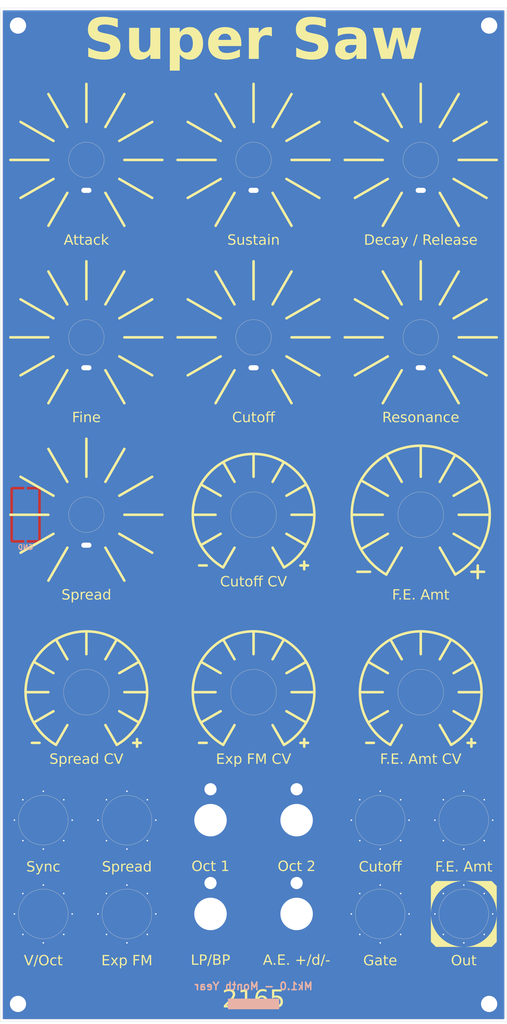
<source format=kicad_pcb>
(kicad_pcb (version 20241229) (generator "pcbnew") (generator_version "9.0")
  (title_block (title "Kosmo Format Front Panel - 10 cm") (company "DMH Instruments"))
  (layers (0 "F.Cu" signal) (2 "B.Cu" signal) (13 "F.Paste" user) (15 "B.Paste" user) (5 "F.SilkS" user "F.Silkscreen") (7 "B.SilkS" user "B.Silkscreen") (1 "F.Mask" user) (3 "B.Mask" user) (25 "Edge.Cuts" user))
  (property "Function" "")
  (net 0 "")
  (net 1 "GND")
  (footprint "SynthStuff:Pot_Cutout_Small" (layer "F.Cu") (at 100 60)
    (property "Reference" "H9")
    (property "Value" "Sustain" (at 0 15.9 0) (layer "F.SilkS") (effects (font (size 2 2))))
    (fp_line (start -7.499998 0) (end -15 0) (stroke (width 0.5)) (layer "F.SilkS"))
    (fp_line (start -6.49301 -3.753771) (end -12.992858 -7.495709) (stroke (width 0.5)) (layer "F.SilkS"))
    (fp_line (start -6.49301 3.753772) (end -12.992781 7.495835) (stroke (width 0.5)) (layer "F.SilkS"))
    (fp_line (start -3.753772 -6.49301) (end -7.495837 -12.992783) (stroke (width 0.5)) (layer "F.SilkS"))
    (fp_line (start -3.753771 6.49301) (end -7.495708 12.992854) (stroke (width 0.5)) (layer "F.SilkS"))
    (fp_line (start 0 -7.5) (end 0 -15) (stroke (width 0.5)) (layer "F.SilkS"))
    (fp_line (start 3.753771 -6.49301) (end 7.495709 -12.992858) (stroke (width 0.5)) (layer "F.SilkS"))
    (fp_line (start 3.753772 6.49301) (end 7.495835 12.992782) (stroke (width 0.5)) (layer "F.SilkS"))
    (fp_line (start 6.49301 -3.753772) (end 12.992783 -7.495836) (stroke (width 0.5)) (layer "F.SilkS"))
    (fp_line (start 6.49301 3.753771) (end 12.992855 7.495709) (stroke (width 0.5)) (layer "F.SilkS"))
    (fp_line (start 7.5 0) (end 14.999999 0) (stroke (width 0.5)) (layer "F.SilkS"))
    (fp_circle (center 0 0) (end 0 3.5) (stroke (width 0.05)) (fill no) (layer "Edge.Cuts"))
    (pad "1" connect circle (at 0 0) (size 12 12) (layers "F.Cu" "F.Mask") (net 1 "GND"))
    (pad "1" connect circle (at 0 0) (size 12 12) (layers "B.Cu" "B.Mask") (net 1 "GND"))
    (pad "1" thru_hole oval (at 0 6) (size 2.5 1.5) (drill oval 2 1) (layers "*.Cu" "*.Mask") (net 1 "GND"))
  )
  (footprint "SynthStuff:MountingHole_Rails" (layer "F.Cu") (at 53.5 226.5)
    (property "Reference" "H3")
    (property "Value" "MountingHole_Rails" (hide yes))
    (pad "1" thru_hole circle (at 0 0) (size 4 4) (drill 3.2) (layers "*.Cu" "*.Mask") (net 1 "GND"))
  )
  (footprint "SynthStuff:Jack_6.35mm_Cutout_Output_v6" (layer "F.Cu") (at 141.5 208.75)
    (property "Reference" "H22")
    (property "Value" "Out" (at 0 9.3 0) (layer "F.SilkS") (effects (font (size 2 2))))
    (fp_poly (pts (xy -6.5 5.5) (arc (start -6.5 0) (mid -4.596194 4.596194) (end 0 6.5)) (xy -5.5 6.5)) (fill yes) (layer "F.SilkS"))
    (fp_poly (pts (xy -5.5 -6.5) (arc (start 0 -6.5) (mid -4.596194 -4.596194) (end -6.5 0)) (xy -6.5 -5.5)) (fill yes) (layer "F.SilkS"))
    (fp_poly (pts (xy 5.5 6.5) (arc (start 0 6.5) (mid 4.596194 4.596194) (end 6.5 0)) (xy 6.5 5.5)) (fill yes) (layer "F.SilkS"))
    (fp_poly (pts (xy 6.5 -5.5) (arc (start 6.5 0) (mid 4.596194 -4.596194) (end 0 -6.5)) (xy 5.5 -6.5)) (fill yes) (layer "F.SilkS"))
    (fp_circle (center 0 0) (end 0 -4.9) (stroke (width 0.05)) (fill no) (layer "Edge.Cuts"))
    (pad "1" thru_hole circle (at -5.7 0) (size 0.5 0.5) (drill 0.3) (layers "*.Cu" "*.Mask") (net 1 "GND"))
    (pad "1" thru_hole circle (at -4.04 -4.03) (size 0.5 0.5) (drill 0.3) (layers "*.Cu" "*.Mask") (net 1 "GND"))
    (pad "1" thru_hole circle (at -4.03 4.04) (size 0.5 0.5) (drill 0.3) (layers "*.Cu" "*.Mask") (net 1 "GND"))
    (pad "1" thru_hole circle (at 0 -5.7) (size 0.5 0.5) (drill 0.3) (layers "*.Cu" "*.Mask") (net 1 "GND"))
    (pad "1" connect circle (at 0 0) (size 12 12) (layers "F.Cu" "F.Mask") (net 1 "GND"))
    (pad "1" connect circle (at 0 0) (size 12 12) (layers "B.Cu" "B.Mask") (net 1 "GND"))
    (pad "1" thru_hole circle (at 0 5.7) (size 0.5 0.5) (drill 0.3) (layers "*.Cu" "*.Mask") (net 1 "GND"))
    (pad "1" thru_hole circle (at 4.03 4.04) (size 0.5 0.5) (drill 0.3) (layers "*.Cu" "*.Mask") (net 1 "GND"))
    (pad "1" thru_hole circle (at 4.04 -4.03) (size 0.5 0.5) (drill 0.3) (layers "*.Cu" "*.Mask") (net 1 "GND"))
    (pad "1" thru_hole circle (at 5.7 0) (size 0.5 0.5) (drill 0.3) (layers "*.Cu" "*.Mask") (net 1 "GND"))
  )
  (footprint "SynthStuff:Pot_Cutout_Tiny_attv_P110KH1" (layer "F.Cu") (at 100 130)
    (property "Reference" "H15")
    (property "Value" "Cutoff CV" (at 0 13.3 0) (layer "F.SilkS") (effects (font (size 2 2))))
    (fp_line (start -10.75 10) (end -9.25 10) (stroke (width 0.5)) (layer "F.SilkS"))
    (fp_line (start -7.499998 0) (end -12 0) (stroke (width 0.5)) (layer "F.SilkS"))
    (fp_line (start -6.49301 -3.753771) (end -10.394285 -5.996567) (stroke (width 0.5)) (layer "F.SilkS"))
    (fp_line (start -6.49301 3.753772) (end -10.394227 5.996669) (stroke (width 0.5)) (layer "F.SilkS"))
    (fp_line (start -3.753772 -6.49301) (end -5.996669 -10.394227) (stroke (width 0.5)) (layer "F.SilkS"))
    (fp_line (start -3.753771 6.49301) (end -5.996567 10.394285) (stroke (width 0.5)) (layer "F.SilkS"))
    (fp_line (start 0 -7.5) (end 0 -12) (stroke (width 0.5)) (layer "F.SilkS"))
    (fp_line (start 3.753771 -6.49301) (end 5.996567 -10.394285) (stroke (width 0.5)) (layer "F.SilkS"))
    (fp_line (start 3.753772 6.49301) (end 5.996669 10.394227) (stroke (width 0.5)) (layer "F.SilkS"))
    (fp_line (start 6.49301 -3.753772) (end 10.394227 -5.996669) (stroke (width 0.5)) (layer "F.SilkS"))
    (fp_line (start 6.49301 3.753771) (end 10.394285 5.996567) (stroke (width 0.5)) (layer "F.SilkS"))
    (fp_line (start 7.5 0) (end 12 0) (stroke (width 0.5)) (layer "F.SilkS"))
    (fp_line (start 9.25 10) (end 10.75 10) (stroke (width 0.5)) (layer "F.SilkS"))
    (fp_line (start 10 10.75) (end 10 9.25) (stroke (width 0.5)) (layer "F.SilkS"))
    (fp_arc (start -5.996567 10.394285) (mid -11.591622 -3.103914) (end 0 -11.999999) (stroke (width 0.5)) (layer "F.SilkS"))
    (fp_arc (start 0 -11.999996) (mid 11.591604 -3.103969) (end 5.996669 10.394227) (stroke (width 0.5)) (layer "F.SilkS"))
    (fp_circle (center 0 0) (end 4.5 0) (stroke (width 0.05)) (fill no) (layer "Edge.Cuts"))
    (pad "1" connect circle (at 0 0) (size 12 12) (layers "F.Cu" "F.Mask") (net 1 "GND"))
    (pad "1" connect circle (at 0 0) (size 12 12) (layers "B.Cu" "B.Mask") (net 1 "GND"))
  )
  (footprint "SynthStuff:Pot_Cutout_Small" (layer "F.Cu") (at 67 60)
    (property "Reference" "H5")
    (property "Value" "Attack" (at 0 15.9 0) (layer "F.SilkS") (effects (font (size 2 2))))
    (fp_line (start -7.499998 0) (end -15 0) (stroke (width 0.5)) (layer "F.SilkS"))
    (fp_line (start -6.49301 -3.753771) (end -12.992858 -7.495709) (stroke (width 0.5)) (layer "F.SilkS"))
    (fp_line (start -6.49301 3.753772) (end -12.992781 7.495835) (stroke (width 0.5)) (layer "F.SilkS"))
    (fp_line (start -3.753772 -6.49301) (end -7.495837 -12.992783) (stroke (width 0.5)) (layer "F.SilkS"))
    (fp_line (start -3.753771 6.49301) (end -7.495708 12.992854) (stroke (width 0.5)) (layer "F.SilkS"))
    (fp_line (start 0 -7.5) (end 0 -15) (stroke (width 0.5)) (layer "F.SilkS"))
    (fp_line (start 3.753771 -6.49301) (end 7.495709 -12.992858) (stroke (width 0.5)) (layer "F.SilkS"))
    (fp_line (start 3.753772 6.49301) (end 7.495835 12.992782) (stroke (width 0.5)) (layer "F.SilkS"))
    (fp_line (start 6.49301 -3.753772) (end 12.992783 -7.495836) (stroke (width 0.5)) (layer "F.SilkS"))
    (fp_line (start 6.49301 3.753771) (end 12.992855 7.495709) (stroke (width 0.5)) (layer "F.SilkS"))
    (fp_line (start 7.5 0) (end 14.999999 0) (stroke (width 0.5)) (layer "F.SilkS"))
    (fp_circle (center 0 0) (end 0 3.5) (stroke (width 0.05)) (fill no) (layer "Edge.Cuts"))
    (pad "1" connect circle (at 0 0) (size 12 12) (layers "F.Cu" "F.Mask") (net 1 "GND"))
    (pad "1" connect circle (at 0 0) (size 12 12) (layers "B.Cu" "B.Mask") (net 1 "GND"))
    (pad "1" thru_hole oval (at 0 6) (size 2.5 1.5) (drill oval 2 1) (layers "*.Cu" "*.Mask") (net 1 "GND"))
  )
  (footprint "SynthStuff:Jack_6.35mm_Cutout_v3" (layer "F.Cu") (at 125 208.75)
    (property "Reference" "H28")
    (property "Value" "Gate" (at 0 9.3 0) (layer "F.SilkS") (effects (font (size 2 2))))
    (fp_circle (center 0 0) (end 0 -4.9) (stroke (width 0.05)) (fill no) (layer "Edge.Cuts"))
    (pad "1" thru_hole circle (at -5.7 0) (size 0.5 0.5) (drill 0.3) (layers "*.Cu" "*.Mask") (net 1 "GND"))
    (pad "1" thru_hole circle (at -4.04 -4.03) (size 0.5 0.5) (drill 0.3) (layers "*.Cu" "*.Mask") (net 1 "GND"))
    (pad "1" thru_hole circle (at -4.03 4.04) (size 0.5 0.5) (drill 0.3) (layers "*.Cu" "*.Mask") (net 1 "GND"))
    (pad "1" thru_hole circle (at 0 -5.7) (size 0.5 0.5) (drill 0.3) (layers "*.Cu" "*.Mask") (net 1 "GND"))
    (pad "1" connect circle (at 0 0) (size 12 12) (layers "F.Cu" "F.Mask") (net 1 "GND"))
    (pad "1" connect circle (at 0 0) (size 12 12) (layers "B.Cu" "B.Mask") (net 1 "GND"))
    (pad "1" thru_hole circle (at 0 5.7) (size 0.5 0.5) (drill 0.3) (layers "*.Cu" "*.Mask") (net 1 "GND"))
    (pad "1" thru_hole circle (at 4.03 4.04) (size 0.5 0.5) (drill 0.3) (layers "*.Cu" "*.Mask") (net 1 "GND"))
    (pad "1" thru_hole circle (at 4.04 -4.03) (size 0.5 0.5) (drill 0.3) (layers "*.Cu" "*.Mask") (net 1 "GND"))
    (pad "1" thru_hole circle (at 5.7 0) (size 0.5 0.5) (drill 0.3) (layers "*.Cu" "*.Mask") (net 1 "GND"))
  )
  (footprint "SynthStuff:Jack_6.35mm_Cutout_v3" (layer "F.Cu") (at 141.5 190.25)
    (property "Reference" "H20")
    (property "Value" "F.E. Amt" (at 0 9.3 0) (layer "F.SilkS") (effects (font (size 2 2))))
    (fp_circle (center 0 0) (end 0 -4.9) (stroke (width 0.05)) (fill no) (layer "Edge.Cuts"))
    (pad "1" thru_hole circle (at -5.7 0) (size 0.5 0.5) (drill 0.3) (layers "*.Cu" "*.Mask") (net 1 "GND"))
    (pad "1" thru_hole circle (at -4.04 -4.03) (size 0.5 0.5) (drill 0.3) (layers "*.Cu" "*.Mask") (net 1 "GND"))
    (pad "1" thru_hole circle (at -4.03 4.04) (size 0.5 0.5) (drill 0.3) (layers "*.Cu" "*.Mask") (net 1 "GND"))
    (pad "1" thru_hole circle (at 0 -5.7) (size 0.5 0.5) (drill 0.3) (layers "*.Cu" "*.Mask") (net 1 "GND"))
    (pad "1" connect circle (at 0 0) (size 12 12) (layers "F.Cu" "F.Mask") (net 1 "GND"))
    (pad "1" connect circle (at 0 0) (size 12 12) (layers "B.Cu" "B.Mask") (net 1 "GND"))
    (pad "1" thru_hole circle (at 0 5.7) (size 0.5 0.5) (drill 0.3) (layers "*.Cu" "*.Mask") (net 1 "GND"))
    (pad "1" thru_hole circle (at 4.03 4.04) (size 0.5 0.5) (drill 0.3) (layers "*.Cu" "*.Mask") (net 1 "GND"))
    (pad "1" thru_hole circle (at 4.04 -4.03) (size 0.5 0.5) (drill 0.3) (layers "*.Cu" "*.Mask") (net 1 "GND"))
    (pad "1" thru_hole circle (at 5.7 0) (size 0.5 0.5) (drill 0.3) (layers "*.Cu" "*.Mask") (net 1 "GND"))
  )
  (footprint "SynthStuff:Jack_6.35mm_Cutout_v3" (layer "F.Cu") (at 58.5 208.75)
    (property "Reference" "H17")
    (property "Value" "V/Oct" (at 0 9.3 0) (layer "F.SilkS") (effects (font (size 2 2))))
    (fp_circle (center 0 0) (end 0 -4.9) (stroke (width 0.05)) (fill no) (layer "Edge.Cuts"))
    (pad "1" thru_hole circle (at -5.7 0) (size 0.5 0.5) (drill 0.3) (layers "*.Cu" "*.Mask") (net 1 "GND"))
    (pad "1" thru_hole circle (at -4.04 -4.03) (size 0.5 0.5) (drill 0.3) (layers "*.Cu" "*.Mask") (net 1 "GND"))
    (pad "1" thru_hole circle (at -4.03 4.04) (size 0.5 0.5) (drill 0.3) (layers "*.Cu" "*.Mask") (net 1 "GND"))
    (pad "1" thru_hole circle (at 0 -5.7) (size 0.5 0.5) (drill 0.3) (layers "*.Cu" "*.Mask") (net 1 "GND"))
    (pad "1" connect circle (at 0 0) (size 12 12) (layers "F.Cu" "F.Mask") (net 1 "GND"))
    (pad "1" connect circle (at 0 0) (size 12 12) (layers "B.Cu" "B.Mask") (net 1 "GND"))
    (pad "1" thru_hole circle (at 0 5.7) (size 0.5 0.5) (drill 0.3) (layers "*.Cu" "*.Mask") (net 1 "GND"))
    (pad "1" thru_hole circle (at 4.03 4.04) (size 0.5 0.5) (drill 0.3) (layers "*.Cu" "*.Mask") (net 1 "GND"))
    (pad "1" thru_hole circle (at 4.04 -4.03) (size 0.5 0.5) (drill 0.3) (layers "*.Cu" "*.Mask") (net 1 "GND"))
    (pad "1" thru_hole circle (at 5.7 0) (size 0.5 0.5) (drill 0.3) (layers "*.Cu" "*.Mask") (net 1 "GND"))
  )
  (footprint "SynthStuff:Toggle_Switch_TE_Cutout" (layer "F.Cu") (at 108.5 190.25)
    (property "Reference" "H24")
    (property "Value" "Oct 2" (at 0 9.2 0) (layer "F.SilkS") (effects (font (size 2 2))))
    (pad "1" thru_hole circle (at 0 -6.1) (size 2.9 2.9) (drill 2.4) (layers "*.Cu" "*.Mask") (net 1 "GND"))
    (pad "1" thru_hole circle (at 0 0) (size 13 13) (drill 6.4) (layers "*.Cu" "*.Mask") (net 1 "GND"))
  )
  (footprint "SynthStuff:Jack_6.35mm_Cutout_v3" (layer "F.Cu") (at 58.5 190.25)
    (property "Reference" "H25")
    (property "Value" "Sync" (at 0 9.3 0) (layer "F.SilkS") (effects (font (size 2 2))))
    (fp_circle (center 0 0) (end 0 -4.9) (stroke (width 0.05)) (fill no) (layer "Edge.Cuts"))
    (pad "1" thru_hole circle (at -5.7 0) (size 0.5 0.5) (drill 0.3) (layers "*.Cu" "*.Mask") (net 1 "GND"))
    (pad "1" thru_hole circle (at -4.04 -4.03) (size 0.5 0.5) (drill 0.3) (layers "*.Cu" "*.Mask") (net 1 "GND"))
    (pad "1" thru_hole circle (at -4.03 4.04) (size 0.5 0.5) (drill 0.3) (layers "*.Cu" "*.Mask") (net 1 "GND"))
    (pad "1" thru_hole circle (at 0 -5.7) (size 0.5 0.5) (drill 0.3) (layers "*.Cu" "*.Mask") (net 1 "GND"))
    (pad "1" connect circle (at 0 0) (size 12 12) (layers "F.Cu" "F.Mask") (net 1 "GND"))
    (pad "1" connect circle (at 0 0) (size 12 12) (layers "B.Cu" "B.Mask") (net 1 "GND"))
    (pad "1" thru_hole circle (at 0 5.7) (size 0.5 0.5) (drill 0.3) (layers "*.Cu" "*.Mask") (net 1 "GND"))
    (pad "1" thru_hole circle (at 4.03 4.04) (size 0.5 0.5) (drill 0.3) (layers "*.Cu" "*.Mask") (net 1 "GND"))
    (pad "1" thru_hole circle (at 4.04 -4.03) (size 0.5 0.5) (drill 0.3) (layers "*.Cu" "*.Mask") (net 1 "GND"))
    (pad "1" thru_hole circle (at 5.7 0) (size 0.5 0.5) (drill 0.3) (layers "*.Cu" "*.Mask") (net 1 "GND"))
  )
  (footprint "SynthStuff:Toggle_Switch_TE_Cutout" (layer "F.Cu") (at 108.5 208.75)
    (property "Reference" "H27")
    (property "Value" "A.E. +/d/-" (at 0 9.2 0) (layer "F.SilkS") (effects (font (size 2 2))))
    (pad "1" thru_hole circle (at 0 -6.1) (size 2.9 2.9) (drill 2.4) (layers "*.Cu" "*.Mask") (net 1 "GND"))
    (pad "1" thru_hole circle (at 0 0) (size 13 13) (drill 6.4) (layers "*.Cu" "*.Mask") (net 1 "GND"))
  )
  (footprint "SynthStuff:Jack_6.35mm_Cutout_v3" (layer "F.Cu") (at 75 208.75)
    (property "Reference" "H18")
    (property "Value" "Exp FM" (at 0 9.3 0) (layer "F.SilkS") (effects (font (size 2 2))))
    (fp_circle (center 0 0) (end 0 -4.9) (stroke (width 0.05)) (fill no) (layer "Edge.Cuts"))
    (pad "1" thru_hole circle (at -5.7 0) (size 0.5 0.5) (drill 0.3) (layers "*.Cu" "*.Mask") (net 1 "GND"))
    (pad "1" thru_hole circle (at -4.04 -4.03) (size 0.5 0.5) (drill 0.3) (layers "*.Cu" "*.Mask") (net 1 "GND"))
    (pad "1" thru_hole circle (at -4.03 4.04) (size 0.5 0.5) (drill 0.3) (layers "*.Cu" "*.Mask") (net 1 "GND"))
    (pad "1" thru_hole circle (at 0 -5.7) (size 0.5 0.5) (drill 0.3) (layers "*.Cu" "*.Mask") (net 1 "GND"))
    (pad "1" connect circle (at 0 0) (size 12 12) (layers "F.Cu" "F.Mask") (net 1 "GND"))
    (pad "1" connect circle (at 0 0) (size 12 12) (layers "B.Cu" "B.Mask") (net 1 "GND"))
    (pad "1" thru_hole circle (at 0 5.7) (size 0.5 0.5) (drill 0.3) (layers "*.Cu" "*.Mask") (net 1 "GND"))
    (pad "1" thru_hole circle (at 4.03 4.04) (size 0.5 0.5) (drill 0.3) (layers "*.Cu" "*.Mask") (net 1 "GND"))
    (pad "1" thru_hole circle (at 4.04 -4.03) (size 0.5 0.5) (drill 0.3) (layers "*.Cu" "*.Mask") (net 1 "GND"))
    (pad "1" thru_hole circle (at 5.7 0) (size 0.5 0.5) (drill 0.3) (layers "*.Cu" "*.Mask") (net 1 "GND"))
  )
  (footprint "SynthStuff:Pot_Cutout_Small" (layer "F.Cu") (at 67 130)
    (property "Reference" "H8")
    (property "Value" "Spread" (at 0 15.9 0) (layer "F.SilkS") (effects (font (size 2 2))))
    (fp_line (start -7.499998 0) (end -15 0) (stroke (width 0.5)) (layer "F.SilkS"))
    (fp_line (start -6.49301 -3.753771) (end -12.992858 -7.495709) (stroke (width 0.5)) (layer "F.SilkS"))
    (fp_line (start -6.49301 3.753772) (end -12.992781 7.495835) (stroke (width 0.5)) (layer "F.SilkS"))
    (fp_line (start -3.753772 -6.49301) (end -7.495837 -12.992783) (stroke (width 0.5)) (layer "F.SilkS"))
    (fp_line (start -3.753771 6.49301) (end -7.495708 12.992854) (stroke (width 0.5)) (layer "F.SilkS"))
    (fp_line (start 0 -7.5) (end 0 -15) (stroke (width 0.5)) (layer "F.SilkS"))
    (fp_line (start 3.753771 -6.49301) (end 7.495709 -12.992858) (stroke (width 0.5)) (layer "F.SilkS"))
    (fp_line (start 3.753772 6.49301) (end 7.495835 12.992782) (stroke (width 0.5)) (layer "F.SilkS"))
    (fp_line (start 6.49301 -3.753772) (end 12.992783 -7.495836) (stroke (width 0.5)) (layer "F.SilkS"))
    (fp_line (start 6.49301 3.753771) (end 12.992855 7.495709) (stroke (width 0.5)) (layer "F.SilkS"))
    (fp_line (start 7.5 0) (end 14.999999 0) (stroke (width 0.5)) (layer "F.SilkS"))
    (fp_circle (center 0 0) (end 0 3.5) (stroke (width 0.05)) (fill no) (layer "Edge.Cuts"))
    (pad "1" connect circle (at 0 0) (size 12 12) (layers "F.Cu" "F.Mask") (net 1 "GND"))
    (pad "1" connect circle (at 0 0) (size 12 12) (layers "B.Cu" "B.Mask") (net 1 "GND"))
    (pad "1" thru_hole oval (at 0 6) (size 2.5 1.5) (drill oval 2 1) (layers "*.Cu" "*.Mask") (net 1 "GND"))
  )
  (footprint "SynthStuff:Pot_Cutout_Tiny_attv_P110KH1" (layer "F.Cu") (at 67 165)
    (property "Reference" "H12")
    (property "Value" "Spread CV" (at 0 13.3 0) (layer "F.SilkS") (effects (font (size 2 2))))
    (fp_line (start -10.75 10) (end -9.25 10) (stroke (width 0.5)) (layer "F.SilkS"))
    (fp_line (start -7.499998 0) (end -12 0) (stroke (width 0.5)) (layer "F.SilkS"))
    (fp_line (start -6.49301 -3.753771) (end -10.394285 -5.996567) (stroke (width 0.5)) (layer "F.SilkS"))
    (fp_line (start -6.49301 3.753772) (end -10.394227 5.996669) (stroke (width 0.5)) (layer "F.SilkS"))
    (fp_line (start -3.753772 -6.49301) (end -5.996669 -10.394227) (stroke (width 0.5)) (layer "F.SilkS"))
    (fp_line (start -3.753771 6.49301) (end -5.996567 10.394285) (stroke (width 0.5)) (layer "F.SilkS"))
    (fp_line (start 0 -7.5) (end 0 -12) (stroke (width 0.5)) (layer "F.SilkS"))
    (fp_line (start 3.753771 -6.49301) (end 5.996567 -10.394285) (stroke (width 0.5)) (layer "F.SilkS"))
    (fp_line (start 3.753772 6.49301) (end 5.996669 10.394227) (stroke (width 0.5)) (layer "F.SilkS"))
    (fp_line (start 6.49301 -3.753772) (end 10.394227 -5.996669) (stroke (width 0.5)) (layer "F.SilkS"))
    (fp_line (start 6.49301 3.753771) (end 10.394285 5.996567) (stroke (width 0.5)) (layer "F.SilkS"))
    (fp_line (start 7.5 0) (end 12 0) (stroke (width 0.5)) (layer "F.SilkS"))
    (fp_line (start 9.25 10) (end 10.75 10) (stroke (width 0.5)) (layer "F.SilkS"))
    (fp_line (start 10 10.75) (end 10 9.25) (stroke (width 0.5)) (layer "F.SilkS"))
    (fp_arc (start -5.996567 10.394285) (mid -11.591622 -3.103914) (end 0 -11.999999) (stroke (width 0.5)) (layer "F.SilkS"))
    (fp_arc (start 0 -11.999996) (mid 11.591604 -3.103969) (end 5.996669 10.394227) (stroke (width 0.5)) (layer "F.SilkS"))
    (fp_circle (center 0 0) (end 4.5 0) (stroke (width 0.05)) (fill no) (layer "Edge.Cuts"))
    (pad "1" connect circle (at 0 0) (size 12 12) (layers "F.Cu" "F.Mask") (net 1 "GND"))
    (pad "1" connect circle (at 0 0) (size 12 12) (layers "B.Cu" "B.Mask") (net 1 "GND"))
  )
  (footprint "SynthStuff:Pot_Cutout_Small" (layer "F.Cu") (at 100 95)
    (property "Reference" "H11")
    (property "Value" "Cutoff" (at 0 15.9 0) (layer "F.SilkS") (effects (font (size 2 2))))
    (fp_line (start -7.499998 0) (end -15 0) (stroke (width 0.5)) (layer "F.SilkS"))
    (fp_line (start -6.49301 -3.753771) (end -12.992858 -7.495709) (stroke (width 0.5)) (layer "F.SilkS"))
    (fp_line (start -6.49301 3.753772) (end -12.992781 7.495835) (stroke (width 0.5)) (layer "F.SilkS"))
    (fp_line (start -3.753772 -6.49301) (end -7.495837 -12.992783) (stroke (width 0.5)) (layer "F.SilkS"))
    (fp_line (start -3.753771 6.49301) (end -7.495708 12.992854) (stroke (width 0.5)) (layer "F.SilkS"))
    (fp_line (start 0 -7.5) (end 0 -15) (stroke (width 0.5)) (layer "F.SilkS"))
    (fp_line (start 3.753771 -6.49301) (end 7.495709 -12.992858) (stroke (width 0.5)) (layer "F.SilkS"))
    (fp_line (start 3.753772 6.49301) (end 7.495835 12.992782) (stroke (width 0.5)) (layer "F.SilkS"))
    (fp_line (start 6.49301 -3.753772) (end 12.992783 -7.495836) (stroke (width 0.5)) (layer "F.SilkS"))
    (fp_line (start 6.49301 3.753771) (end 12.992855 7.495709) (stroke (width 0.5)) (layer "F.SilkS"))
    (fp_line (start 7.5 0) (end 14.999999 0) (stroke (width 0.5)) (layer "F.SilkS"))
    (fp_circle (center 0 0) (end 0 3.5) (stroke (width 0.05)) (fill no) (layer "Edge.Cuts"))
    (pad "1" connect circle (at 0 0) (size 12 12) (layers "F.Cu" "F.Mask") (net 1 "GND"))
    (pad "1" connect circle (at 0 0) (size 12 12) (layers "B.Cu" "B.Mask") (net 1 "GND"))
    (pad "1" thru_hole oval (at 0 6) (size 2.5 1.5) (drill oval 2 1) (layers "*.Cu" "*.Mask") (net 1 "GND"))
  )
  (footprint "SynthStuff:Pot_Cutout_Small_attv_P110KH1" (layer "F.Cu") (at 133 130)
    (property "Reference" "H10")
    (property "Value" "F.E. Amt" (at 0 15.9 0) (layer "F.SilkS") (effects (font (size 2 2))))
    (fp_line (start -12.5 11.25) (end -10 11.25) (stroke (width 0.5)) (layer "F.SilkS"))
    (fp_line (start -7.499998 0) (end -13.6 0) (stroke (width 0.5)) (layer "F.SilkS"))
    (fp_line (start -6.49301 -3.753771) (end -11.8 -6.8) (stroke (width 0.5)) (layer "F.SilkS"))
    (fp_line (start -6.49301 3.753772) (end -11.8 6.8) (stroke (width 0.5)) (layer "F.SilkS"))
    (fp_line (start -3.753772 -6.49301) (end -6.8 -11.8) (stroke (width 0.5)) (layer "F.SilkS"))
    (fp_line (start -3.753771 6.49301) (end -6.8 11.8) (stroke (width 0.5)) (layer "F.SilkS"))
    (fp_line (start 0 -7.5) (end -0.003331 -13.619104) (stroke (width 0.5)) (layer "F.SilkS"))
    (fp_line (start 3.753771 -6.49301) (end 6.8 -11.8) (stroke (width 0.5)) (layer "F.SilkS"))
    (fp_line (start 3.753772 6.49301) (end 6.805772 11.796672) (stroke (width 0.5)) (layer "F.SilkS"))
    (fp_line (start 6.49301 -3.753772) (end 11.8 -6.8) (stroke (width 0.5)) (layer "F.SilkS"))
    (fp_line (start 6.49301 3.753771) (end 11.8 6.8) (stroke (width 0.5)) (layer "F.SilkS"))
    (fp_line (start 7.5 0) (end 13.6 0) (stroke (width 0.5)) (layer "F.SilkS"))
    (fp_line (start 10 11.25) (end 12.5 11.25) (stroke (width 0.5)) (layer "F.SilkS"))
    (fp_line (start 11.25 10) (end 11.25 12.5) (stroke (width 0.5)) (layer "F.SilkS"))
    (fp_arc (start -6.8 11.8) (mid -0.003331 -13.619104) (end 6.805772 11.796672) (stroke (width 0.5)) (layer "F.SilkS"))
    (fp_circle (center 0 0) (end 4.5 0) (stroke (width 0.05)) (fill no) (layer "Edge.Cuts"))
    (pad "1" connect circle (at 0 0) (size 12 12) (layers "F.Cu" "F.Mask") (net 1 "GND"))
    (pad "1" connect circle (at 0 0) (size 12 12) (layers "B.Cu" "B.Mask") (net 1 "GND"))
  )
  (footprint "SynthStuff:Pot_Cutout_Small" (layer "F.Cu") (at 133 60)
    (property "Reference" "H13")
    (property "Value" "Decay / Release" (at 0 15.9 0) (layer "F.SilkS") (effects (font (size 2 2))))
    (fp_line (start -7.499998 0) (end -15 0) (stroke (width 0.5)) (layer "F.SilkS"))
    (fp_line (start -6.49301 -3.753771) (end -12.992858 -7.495709) (stroke (width 0.5)) (layer "F.SilkS"))
    (fp_line (start -6.49301 3.753772) (end -12.992781 7.495835) (stroke (width 0.5)) (layer "F.SilkS"))
    (fp_line (start -3.753772 -6.49301) (end -7.495837 -12.992783) (stroke (width 0.5)) (layer "F.SilkS"))
    (fp_line (start -3.753771 6.49301) (end -7.495708 12.992854) (stroke (width 0.5)) (layer "F.SilkS"))
    (fp_line (start 0 -7.5) (end 0 -15) (stroke (width 0.5)) (layer "F.SilkS"))
    (fp_line (start 3.753771 -6.49301) (end 7.495709 -12.992858) (stroke (width 0.5)) (layer "F.SilkS"))
    (fp_line (start 3.753772 6.49301) (end 7.495835 12.992782) (stroke (width 0.5)) (layer "F.SilkS"))
    (fp_line (start 6.49301 -3.753772) (end 12.992783 -7.495836) (stroke (width 0.5)) (layer "F.SilkS"))
    (fp_line (start 6.49301 3.753771) (end 12.992855 7.495709) (stroke (width 0.5)) (layer "F.SilkS"))
    (fp_line (start 7.5 0) (end 14.999999 0) (stroke (width 0.5)) (layer "F.SilkS"))
    (fp_circle (center 0 0) (end 0 3.5) (stroke (width 0.05)) (fill no) (layer "Edge.Cuts"))
    (pad "1" connect circle (at 0 0) (size 12 12) (layers "F.Cu" "F.Mask") (net 1 "GND"))
    (pad "1" connect circle (at 0 0) (size 12 12) (layers "B.Cu" "B.Mask") (net 1 "GND"))
    (pad "1" thru_hole oval (at 0 6) (size 2.5 1.5) (drill oval 2 1) (layers "*.Cu" "*.Mask") (net 1 "GND"))
  )
  (footprint "SynthStuff:MountingHole_Rails" (layer "F.Cu") (at 146.5 33.5)
    (property "Reference" "H2")
    (property "Value" "MountingHole_Rails" (hide yes))
    (pad "1" thru_hole circle (at 0 0) (size 4 4) (drill 3.2) (layers "*.Cu" "*.Mask") (net 1 "GND"))
  )
  (footprint "SynthStuff:MountingHole_Rails" (layer "F.Cu") (at 146.5 226.5)
    (property "Reference" "H4")
    (property "Value" "MountingHole_Rails" (hide yes))
    (pad "1" thru_hole circle (at 0 0) (size 4 4) (drill 3.2) (layers "*.Cu" "*.Mask") (net 1 "GND"))
  )
  (footprint "SynthStuff:Pot_Cutout_Small" (layer "F.Cu") (at 67 95)
    (property "Reference" "H6")
    (property "Value" "Fine" (at 0 15.9 0) (layer "F.SilkS") (effects (font (size 2 2))))
    (fp_line (start -7.499998 0) (end -15 0) (stroke (width 0.5)) (layer "F.SilkS"))
    (fp_line (start -6.49301 -3.753771) (end -12.992858 -7.495709) (stroke (width 0.5)) (layer "F.SilkS"))
    (fp_line (start -6.49301 3.753772) (end -12.992781 7.495835) (stroke (width 0.5)) (layer "F.SilkS"))
    (fp_line (start -3.753772 -6.49301) (end -7.495837 -12.992783) (stroke (width 0.5)) (layer "F.SilkS"))
    (fp_line (start -3.753771 6.49301) (end -7.495708 12.992854) (stroke (width 0.5)) (layer "F.SilkS"))
    (fp_line (start 0 -7.5) (end 0 -15) (stroke (width 0.5)) (layer "F.SilkS"))
    (fp_line (start 3.753771 -6.49301) (end 7.495709 -12.992858) (stroke (width 0.5)) (layer "F.SilkS"))
    (fp_line (start 3.753772 6.49301) (end 7.495835 12.992782) (stroke (width 0.5)) (layer "F.SilkS"))
    (fp_line (start 6.49301 -3.753772) (end 12.992783 -7.495836) (stroke (width 0.5)) (layer "F.SilkS"))
    (fp_line (start 6.49301 3.753771) (end 12.992855 7.495709) (stroke (width 0.5)) (layer "F.SilkS"))
    (fp_line (start 7.5 0) (end 14.999999 0) (stroke (width 0.5)) (layer "F.SilkS"))
    (fp_circle (center 0 0) (end 0 3.5) (stroke (width 0.05)) (fill no) (layer "Edge.Cuts"))
    (pad "1" connect circle (at 0 0) (size 12 12) (layers "F.Cu" "F.Mask") (net 1 "GND"))
    (pad "1" connect circle (at 0 0) (size 12 12) (layers "B.Cu" "B.Mask") (net 1 "GND"))
    (pad "1" thru_hole oval (at 0 6) (size 2.5 1.5) (drill oval 2 1) (layers "*.Cu" "*.Mask") (net 1 "GND"))
  )
  (footprint "SynthStuff:MountingHole_Rails" (layer "F.Cu") (at 53.5 33.5)
    (property "Reference" "H1")
    (property "Value" "MountingHole_Rails" (hide yes))
    (pad "1" thru_hole circle (at 0 0) (size 4 4) (drill 3.2) (layers "*.Cu" "*.Mask") (net 1 "GND"))
  )
  (footprint "SynthStuff:Jack_6.35mm_Cutout_v3" (layer "F.Cu") (at 75 190.25)
    (property "Reference" "H21")
    (property "Value" "Spread" (at 0 9.3 0) (layer "F.SilkS") (effects (font (size 2 2))))
    (fp_circle (center 0 0) (end 0 -4.9) (stroke (width 0.05)) (fill no) (layer "Edge.Cuts"))
    (pad "1" thru_hole circle (at -5.7 0) (size 0.5 0.5) (drill 0.3) (layers "*.Cu" "*.Mask") (net 1 "GND"))
    (pad "1" thru_hole circle (at -4.04 -4.03) (size 0.5 0.5) (drill 0.3) (layers "*.Cu" "*.Mask") (net 1 "GND"))
    (pad "1" thru_hole circle (at -4.03 4.04) (size 0.5 0.5) (drill 0.3) (layers "*.Cu" "*.Mask") (net 1 "GND"))
    (pad "1" thru_hole circle (at 0 -5.7) (size 0.5 0.5) (drill 0.3) (layers "*.Cu" "*.Mask") (net 1 "GND"))
    (pad "1" connect circle (at 0 0) (size 12 12) (layers "F.Cu" "F.Mask") (net 1 "GND"))
    (pad "1" connect circle (at 0 0) (size 12 12) (layers "B.Cu" "B.Mask") (net 1 "GND"))
    (pad "1" thru_hole circle (at 0 5.7) (size 0.5 0.5) (drill 0.3) (layers "*.Cu" "*.Mask") (net 1 "GND"))
    (pad "1" thru_hole circle (at 4.03 4.04) (size 0.5 0.5) (drill 0.3) (layers "*.Cu" "*.Mask") (net 1 "GND"))
    (pad "1" thru_hole circle (at 4.04 -4.03) (size 0.5 0.5) (drill 0.3) (layers "*.Cu" "*.Mask") (net 1 "GND"))
    (pad "1" thru_hole circle (at 5.7 0) (size 0.5 0.5) (drill 0.3) (layers "*.Cu" "*.Mask") (net 1 "GND"))
  )
  (footprint "SynthStuff:Pot_Cutout_Tiny_attv_P110KH1" (layer "F.Cu") (at 100 165)
    (property "Reference" "H16")
    (property "Value" "Exp FM CV" (at 0 13.3 0) (layer "F.SilkS") (effects (font (size 2 2))))
    (fp_line (start -10.75 10) (end -9.25 10) (stroke (width 0.5)) (layer "F.SilkS"))
    (fp_line (start -7.499998 0) (end -12 0) (stroke (width 0.5)) (layer "F.SilkS"))
    (fp_line (start -6.49301 -3.753771) (end -10.394285 -5.996567) (stroke (width 0.5)) (layer "F.SilkS"))
    (fp_line (start -6.49301 3.753772) (end -10.394227 5.996669) (stroke (width 0.5)) (layer "F.SilkS"))
    (fp_line (start -3.753772 -6.49301) (end -5.996669 -10.394227) (stroke (width 0.5)) (layer "F.SilkS"))
    (fp_line (start -3.753771 6.49301) (end -5.996567 10.394285) (stroke (width 0.5)) (layer "F.SilkS"))
    (fp_line (start 0 -7.5) (end 0 -12) (stroke (width 0.5)) (layer "F.SilkS"))
    (fp_line (start 3.753771 -6.49301) (end 5.996567 -10.394285) (stroke (width 0.5)) (layer "F.SilkS"))
    (fp_line (start 3.753772 6.49301) (end 5.996669 10.394227) (stroke (width 0.5)) (layer "F.SilkS"))
    (fp_line (start 6.49301 -3.753772) (end 10.394227 -5.996669) (stroke (width 0.5)) (layer "F.SilkS"))
    (fp_line (start 6.49301 3.753771) (end 10.394285 5.996567) (stroke (width 0.5)) (layer "F.SilkS"))
    (fp_line (start 7.5 0) (end 12 0) (stroke (width 0.5)) (layer "F.SilkS"))
    (fp_line (start 9.25 10) (end 10.75 10) (stroke (width 0.5)) (layer "F.SilkS"))
    (fp_line (start 10 10.75) (end 10 9.25) (stroke (width 0.5)) (layer "F.SilkS"))
    (fp_arc (start -5.996567 10.394285) (mid -11.591622 -3.103914) (end 0 -11.999999) (stroke (width 0.5)) (layer "F.SilkS"))
    (fp_arc (start 0 -11.999996) (mid 11.591604 -3.103969) (end 5.996669 10.394227) (stroke (width 0.5)) (layer "F.SilkS"))
    (fp_circle (center 0 0) (end 4.5 0) (stroke (width 0.05)) (fill no) (layer "Edge.Cuts"))
    (pad "1" connect circle (at 0 0) (size 12 12) (layers "F.Cu" "F.Mask") (net 1 "GND"))
    (pad "1" connect circle (at 0 0) (size 12 12) (layers "B.Cu" "B.Mask") (net 1 "GND"))
  )
  (footprint "SynthStuff:Jack_6.35mm_Cutout_v3" (layer "F.Cu") (at 125 190.25)
    (property "Reference" "H19")
    (property "Value" "Cutoff" (at 0 9.3 0) (layer "F.SilkS") (effects (font (size 2 2))))
    (fp_circle (center 0 0) (end 0 -4.9) (stroke (width 0.05)) (fill no) (layer "Edge.Cuts"))
    (pad "1" thru_hole circle (at -5.7 0) (size 0.5 0.5) (drill 0.3) (layers "*.Cu" "*.Mask") (net 1 "GND"))
    (pad "1" thru_hole circle (at -4.04 -4.03) (size 0.5 0.5) (drill 0.3) (layers "*.Cu" "*.Mask") (net 1 "GND"))
    (pad "1" thru_hole circle (at -4.03 4.04) (size 0.5 0.5) (drill 0.3) (layers "*.Cu" "*.Mask") (net 1 "GND"))
    (pad "1" thru_hole circle (at 0 -5.7) (size 0.5 0.5) (drill 0.3) (layers "*.Cu" "*.Mask") (net 1 "GND"))
    (pad "1" connect circle (at 0 0) (size 12 12) (layers "F.Cu" "F.Mask") (net 1 "GND"))
    (pad "1" connect circle (at 0 0) (size 12 12) (layers "B.Cu" "B.Mask") (net 1 "GND"))
    (pad "1" thru_hole circle (at 0 5.7) (size 0.5 0.5) (drill 0.3) (layers "*.Cu" "*.Mask") (net 1 "GND"))
    (pad "1" thru_hole circle (at 4.03 4.04) (size 0.5 0.5) (drill 0.3) (layers "*.Cu" "*.Mask") (net 1 "GND"))
    (pad "1" thru_hole circle (at 4.04 -4.03) (size 0.5 0.5) (drill 0.3) (layers "*.Cu" "*.Mask") (net 1 "GND"))
    (pad "1" thru_hole circle (at 5.7 0) (size 0.5 0.5) (drill 0.3) (layers "*.Cu" "*.Mask") (net 1 "GND"))
  )
  (footprint "SynthStuff:Pot_Cutout_Small" (layer "F.Cu") (at 133 95)
    (property "Reference" "H14")
    (property "Value" "Resonance" (at 0 15.9 0) (layer "F.SilkS") (effects (font (size 2 2))))
    (fp_line (start -7.499998 0) (end -15 0) (stroke (width 0.5)) (layer "F.SilkS"))
    (fp_line (start -6.49301 -3.753771) (end -12.992858 -7.495709) (stroke (width 0.5)) (layer "F.SilkS"))
    (fp_line (start -6.49301 3.753772) (end -12.992781 7.495835) (stroke (width 0.5)) (layer "F.SilkS"))
    (fp_line (start -3.753772 -6.49301) (end -7.495837 -12.992783) (stroke (width 0.5)) (layer "F.SilkS"))
    (fp_line (start -3.753771 6.49301) (end -7.495708 12.992854) (stroke (width 0.5)) (layer "F.SilkS"))
    (fp_line (start 0 -7.5) (end 0 -15) (stroke (width 0.5)) (layer "F.SilkS"))
    (fp_line (start 3.753771 -6.49301) (end 7.495709 -12.992858) (stroke (width 0.5)) (layer "F.SilkS"))
    (fp_line (start 3.753772 6.49301) (end 7.495835 12.992782) (stroke (width 0.5)) (layer "F.SilkS"))
    (fp_line (start 6.49301 -3.753772) (end 12.992783 -7.495836) (stroke (width 0.5)) (layer "F.SilkS"))
    (fp_line (start 6.49301 3.753771) (end 12.992855 7.495709) (stroke (width 0.5)) (layer "F.SilkS"))
    (fp_line (start 7.5 0) (end 14.999999 0) (stroke (width 0.5)) (layer "F.SilkS"))
    (fp_circle (center 0 0) (end 0 3.5) (stroke (width 0.05)) (fill no) (layer "Edge.Cuts"))
    (pad "1" connect circle (at 0 0) (size 12 12) (layers "F.Cu" "F.Mask") (net 1 "GND"))
    (pad "1" connect circle (at 0 0) (size 12 12) (layers "B.Cu" "B.Mask") (net 1 "GND"))
    (pad "1" thru_hole oval (at 0 6) (size 2.5 1.5) (drill oval 2 1) (layers "*.Cu" "*.Mask") (net 1 "GND"))
  )
  (footprint "SynthStuff:Toggle_Switch_TE_Cutout" (layer "F.Cu") (at 91.5 190.25)
    (property "Reference" "H23")
    (property "Value" "Oct 1" (at 0 9.2 0) (layer "F.SilkS") (effects (font (size 2 2))))
    (pad "1" thru_hole circle (at 0 -6.1) (size 2.9 2.9) (drill 2.4) (layers "*.Cu" "*.Mask") (net 1 "GND"))
    (pad "1" thru_hole circle (at 0 0) (size 13 13) (drill 6.4) (layers "*.Cu" "*.Mask") (net 1 "GND"))
  )
  (footprint "SynthStuff:Toggle_Switch_TE_Cutout" (layer "F.Cu") (at 91.5 208.75)
    (property "Reference" "H26")
    (property "Value" "LP/BP" (at 0 9.2 0) (layer "F.SilkS") (effects (font (size 2 2))))
    (pad "1" thru_hole circle (at 0 -6.1) (size 2.9 2.9) (drill 2.4) (layers "*.Cu" "*.Mask") (net 1 "GND"))
    (pad "1" thru_hole circle (at 0 0) (size 13 13) (drill 6.4) (layers "*.Cu" "*.Mask") (net 1 "GND"))
  )
  (footprint "SynthStuff:Pot_Cutout_Tiny_attv_P110KH1" (layer "F.Cu") (at 133 165)
    (property "Reference" "H7")
    (property "Value" "F.E. Amt CV" (at 0 13.3 0) (layer "F.SilkS") (effects (font (size 2 2))))
    (fp_line (start -10.75 10) (end -9.25 10) (stroke (width 0.5)) (layer "F.SilkS"))
    (fp_line (start -7.499998 0) (end -12 0) (stroke (width 0.5)) (layer "F.SilkS"))
    (fp_line (start -6.49301 -3.753771) (end -10.394285 -5.996567) (stroke (width 0.5)) (layer "F.SilkS"))
    (fp_line (start -6.49301 3.753772) (end -10.394227 5.996669) (stroke (width 0.5)) (layer "F.SilkS"))
    (fp_line (start -3.753772 -6.49301) (end -5.996669 -10.394227) (stroke (width 0.5)) (layer "F.SilkS"))
    (fp_line (start -3.753771 6.49301) (end -5.996567 10.394285) (stroke (width 0.5)) (layer "F.SilkS"))
    (fp_line (start 0 -7.5) (end 0 -12) (stroke (width 0.5)) (layer "F.SilkS"))
    (fp_line (start 3.753771 -6.49301) (end 5.996567 -10.394285) (stroke (width 0.5)) (layer "F.SilkS"))
    (fp_line (start 3.753772 6.49301) (end 5.996669 10.394227) (stroke (width 0.5)) (layer "F.SilkS"))
    (fp_line (start 6.49301 -3.753772) (end 10.394227 -5.996669) (stroke (width 0.5)) (layer "F.SilkS"))
    (fp_line (start 6.49301 3.753771) (end 10.394285 5.996567) (stroke (width 0.5)) (layer "F.SilkS"))
    (fp_line (start 7.5 0) (end 12 0) (stroke (width 0.5)) (layer "F.SilkS"))
    (fp_line (start 9.25 10) (end 10.75 10) (stroke (width 0.5)) (layer "F.SilkS"))
    (fp_line (start 10 10.75) (end 10 9.25) (stroke (width 0.5)) (layer "F.SilkS"))
    (fp_arc (start -5.996567 10.394285) (mid -11.591622 -3.103914) (end 0 -11.999999) (stroke (width 0.5)) (layer "F.SilkS"))
    (fp_arc (start 0 -11.999996) (mid 11.591604 -3.103969) (end 5.996669 10.394227) (stroke (width 0.5)) (layer "F.SilkS"))
    (fp_circle (center 0 0) (end 4.5 0) (stroke (width 0.05)) (fill no) (layer "Edge.Cuts"))
    (pad "1" connect circle (at 0 0) (size 12 12) (layers "F.Cu" "F.Mask") (net 1 "GND"))
    (pad "1" connect circle (at 0 0) (size 12 12) (layers "B.Cu" "B.Mask") (net 1 "GND"))
  )
  (footprint "SynthStuff:Panel_GND_SolderWirePad_5x10mm" (layer "B.Cu") (at 55 130 180)
    (property "Reference" "J0" (hide yes))
    (property "Value" "Panel_GND_Solder_Wire_Pad" (hide yes))
    (property "Function" "GND" (at 0 -6.4 0) (layer "B.SilkS") (effects (font (thickness 0.2) (bold yes)) (justify mirror)))
    (pad "1" smd rect (at 0 0 180) (size 5 10) (layers "B.Cu" "B.Mask" "B.Paste") (net 1 "GND"))
  )
  (gr_rect (start 95 225.5) (end 105 227.5) (stroke (width 0.1)) (fill yes) (layer "B.SilkS"))
  (gr_rect (start 50 30) (end 150 230) (stroke (width 0.05)) (fill no) (layer "Edge.Cuts"))
  (gr_text "Super Saw" (at 100 36.75 0) (layer "F.SilkS") (effects (font (size 8 8) (thickness 0.8) (bold yes))))
  (gr_text "2165" (at 100 225.75 0) (layer "F.SilkS") (effects (font (size 3.5 3.5) (thickness 0.875))))
  (gr_text "Mk1.0 - Month Year" (at 100 223 0) (layer "B.SilkS") (effects (font (size 1.5 1.5) (thickness 0.3) (bold yes)) (justify mirror)))
  (zone (net 1) (net_name "GND") (layers "F.Cu" "B.Cu") (name "GroundPlane") (connect_pads yes (clearance 0.5)) (min_thickness 0.25) (fill yes (thermal_gap 0.5) (thermal_bridge_width 0.5))
    (polygon (pts (xy 50 30) (xy 150 30.5) (xy 150 230.5) (xy 50 230)))
  )
)
</source>
